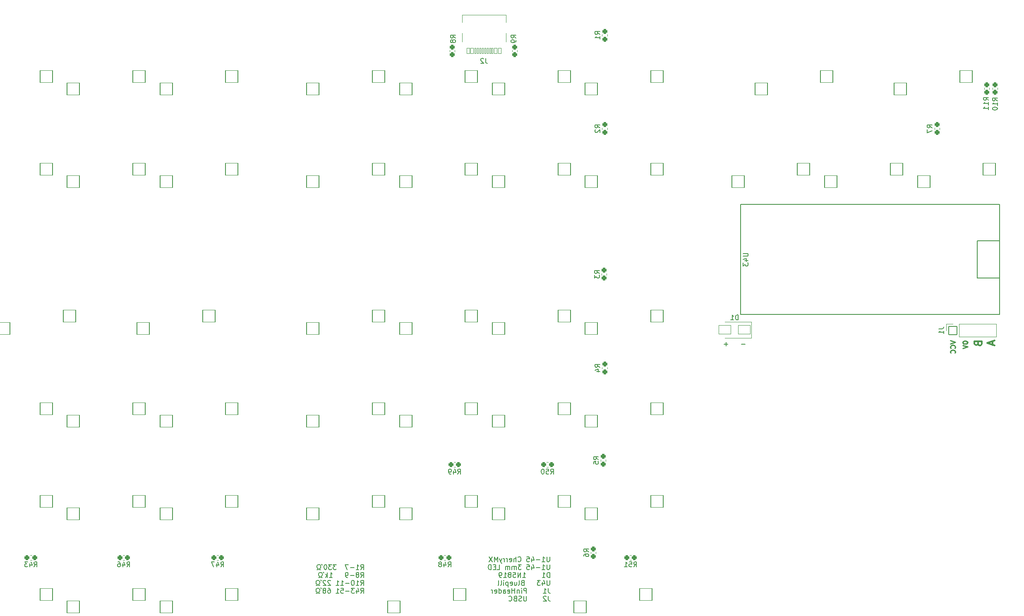
<source format=gbo>
G04 #@! TF.GenerationSoftware,KiCad,Pcbnew,(6.0.7)*
G04 #@! TF.CreationDate,2023-02-05T05:30:46+01:00*
G04 #@! TF.ProjectId,DaVinciKbd,44615669-6e63-4694-9b62-642e6b696361,rev?*
G04 #@! TF.SameCoordinates,Original*
G04 #@! TF.FileFunction,Legend,Bot*
G04 #@! TF.FilePolarity,Positive*
%FSLAX46Y46*%
G04 Gerber Fmt 4.6, Leading zero omitted, Abs format (unit mm)*
G04 Created by KiCad (PCBNEW (6.0.7)) date 2023-02-05 05:30:46*
%MOMM*%
%LPD*%
G01*
G04 APERTURE LIST*
G04 Aperture macros list*
%AMRoundRect*
0 Rectangle with rounded corners*
0 $1 Rounding radius*
0 $2 $3 $4 $5 $6 $7 $8 $9 X,Y pos of 4 corners*
0 Add a 4 corners polygon primitive as box body*
4,1,4,$2,$3,$4,$5,$6,$7,$8,$9,$2,$3,0*
0 Add four circle primitives for the rounded corners*
1,1,$1+$1,$2,$3*
1,1,$1+$1,$4,$5*
1,1,$1+$1,$6,$7*
1,1,$1+$1,$8,$9*
0 Add four rect primitives between the rounded corners*
20,1,$1+$1,$2,$3,$4,$5,0*
20,1,$1+$1,$4,$5,$6,$7,0*
20,1,$1+$1,$6,$7,$8,$9,0*
20,1,$1+$1,$8,$9,$2,$3,0*%
G04 Aperture macros list end*
%ADD10C,0.150000*%
%ADD11C,0.250000*%
%ADD12C,0.300000*%
%ADD13C,0.120000*%
%ADD14C,3.102000*%
%ADD15C,4.102000*%
%ADD16RoundRect,0.051000X1.275000X1.250000X-1.275000X1.250000X-1.275000X-1.250000X1.275000X-1.250000X0*%
%ADD17C,1.792600*%
%ADD18C,3.702000*%
%ADD19RoundRect,0.269750X-0.218750X-0.256250X0.218750X-0.256250X0.218750X0.256250X-0.218750X0.256250X0*%
%ADD20RoundRect,0.051000X-0.850000X0.850000X-0.850000X-0.850000X0.850000X-0.850000X0.850000X0.850000X0*%
%ADD21O,1.802000X1.802000*%
%ADD22RoundRect,0.269750X-0.256250X0.218750X-0.256250X-0.218750X0.256250X-0.218750X0.256250X0.218750X0*%
%ADD23C,1.626000*%
%ADD24RoundRect,0.269750X0.256250X-0.218750X0.256250X0.218750X-0.256250X0.218750X-0.256250X-0.218750X0*%
%ADD25C,0.702000*%
%ADD26RoundRect,0.051000X-0.300000X-0.580000X0.300000X-0.580000X0.300000X0.580000X-0.300000X0.580000X0*%
%ADD27RoundRect,0.051000X0.150000X0.580000X-0.150000X0.580000X-0.150000X-0.580000X0.150000X-0.580000X0*%
%ADD28O,1.002000X1.802000*%
%ADD29O,1.002000X2.102000*%
%ADD30RoundRect,0.051000X1.250000X0.900000X-1.250000X0.900000X-1.250000X-0.900000X1.250000X-0.900000X0*%
G04 APERTURE END LIST*
D10*
X144444404Y-147827380D02*
X144444404Y-148636904D01*
X144396785Y-148732142D01*
X144349166Y-148779761D01*
X144253928Y-148827380D01*
X144063452Y-148827380D01*
X143968214Y-148779761D01*
X143920595Y-148732142D01*
X143872976Y-148636904D01*
X143872976Y-147827380D01*
X142872976Y-148827380D02*
X143444404Y-148827380D01*
X143158690Y-148827380D02*
X143158690Y-147827380D01*
X143253928Y-147970238D01*
X143349166Y-148065476D01*
X143444404Y-148113095D01*
X142444404Y-148446428D02*
X141682500Y-148446428D01*
X140777738Y-148160714D02*
X140777738Y-148827380D01*
X141015833Y-147779761D02*
X141253928Y-148494047D01*
X140634880Y-148494047D01*
X139777738Y-147827380D02*
X140253928Y-147827380D01*
X140301547Y-148303571D01*
X140253928Y-148255952D01*
X140158690Y-148208333D01*
X139920595Y-148208333D01*
X139825357Y-148255952D01*
X139777738Y-148303571D01*
X139730119Y-148398809D01*
X139730119Y-148636904D01*
X139777738Y-148732142D01*
X139825357Y-148779761D01*
X139920595Y-148827380D01*
X140158690Y-148827380D01*
X140253928Y-148779761D01*
X140301547Y-148732142D01*
X137968214Y-148732142D02*
X138015833Y-148779761D01*
X138158690Y-148827380D01*
X138253928Y-148827380D01*
X138396785Y-148779761D01*
X138492023Y-148684523D01*
X138539642Y-148589285D01*
X138587261Y-148398809D01*
X138587261Y-148255952D01*
X138539642Y-148065476D01*
X138492023Y-147970238D01*
X138396785Y-147875000D01*
X138253928Y-147827380D01*
X138158690Y-147827380D01*
X138015833Y-147875000D01*
X137968214Y-147922619D01*
X137539642Y-148827380D02*
X137539642Y-147827380D01*
X137111071Y-148827380D02*
X137111071Y-148303571D01*
X137158690Y-148208333D01*
X137253928Y-148160714D01*
X137396785Y-148160714D01*
X137492023Y-148208333D01*
X137539642Y-148255952D01*
X136253928Y-148779761D02*
X136349166Y-148827380D01*
X136539642Y-148827380D01*
X136634880Y-148779761D01*
X136682500Y-148684523D01*
X136682500Y-148303571D01*
X136634880Y-148208333D01*
X136539642Y-148160714D01*
X136349166Y-148160714D01*
X136253928Y-148208333D01*
X136206309Y-148303571D01*
X136206309Y-148398809D01*
X136682500Y-148494047D01*
X135777738Y-148827380D02*
X135777738Y-148160714D01*
X135777738Y-148351190D02*
X135730119Y-148255952D01*
X135682500Y-148208333D01*
X135587261Y-148160714D01*
X135492023Y-148160714D01*
X135158690Y-148827380D02*
X135158690Y-148160714D01*
X135158690Y-148351190D02*
X135111071Y-148255952D01*
X135063452Y-148208333D01*
X134968214Y-148160714D01*
X134872976Y-148160714D01*
X134634880Y-148160714D02*
X134396785Y-148827380D01*
X134158690Y-148160714D02*
X134396785Y-148827380D01*
X134492023Y-149065476D01*
X134539642Y-149113095D01*
X134634880Y-149160714D01*
X133777738Y-148827380D02*
X133777738Y-147827380D01*
X133444404Y-148541666D01*
X133111071Y-147827380D01*
X133111071Y-148827380D01*
X132730119Y-147827380D02*
X132063452Y-148827380D01*
X132063452Y-147827380D02*
X132730119Y-148827380D01*
X144444404Y-149437380D02*
X144444404Y-150246904D01*
X144396785Y-150342142D01*
X144349166Y-150389761D01*
X144253928Y-150437380D01*
X144063452Y-150437380D01*
X143968214Y-150389761D01*
X143920595Y-150342142D01*
X143872976Y-150246904D01*
X143872976Y-149437380D01*
X142872976Y-150437380D02*
X143444404Y-150437380D01*
X143158690Y-150437380D02*
X143158690Y-149437380D01*
X143253928Y-149580238D01*
X143349166Y-149675476D01*
X143444404Y-149723095D01*
X142444404Y-150056428D02*
X141682500Y-150056428D01*
X140777738Y-149770714D02*
X140777738Y-150437380D01*
X141015833Y-149389761D02*
X141253928Y-150104047D01*
X140634880Y-150104047D01*
X139777738Y-149437380D02*
X140253928Y-149437380D01*
X140301547Y-149913571D01*
X140253928Y-149865952D01*
X140158690Y-149818333D01*
X139920595Y-149818333D01*
X139825357Y-149865952D01*
X139777738Y-149913571D01*
X139730119Y-150008809D01*
X139730119Y-150246904D01*
X139777738Y-150342142D01*
X139825357Y-150389761D01*
X139920595Y-150437380D01*
X140158690Y-150437380D01*
X140253928Y-150389761D01*
X140301547Y-150342142D01*
X138634880Y-149437380D02*
X138015833Y-149437380D01*
X138349166Y-149818333D01*
X138206309Y-149818333D01*
X138111071Y-149865952D01*
X138063452Y-149913571D01*
X138015833Y-150008809D01*
X138015833Y-150246904D01*
X138063452Y-150342142D01*
X138111071Y-150389761D01*
X138206309Y-150437380D01*
X138492023Y-150437380D01*
X138587261Y-150389761D01*
X138634880Y-150342142D01*
X137587261Y-150437380D02*
X137587261Y-149770714D01*
X137587261Y-149865952D02*
X137539642Y-149818333D01*
X137444404Y-149770714D01*
X137301547Y-149770714D01*
X137206309Y-149818333D01*
X137158690Y-149913571D01*
X137158690Y-150437380D01*
X137158690Y-149913571D02*
X137111071Y-149818333D01*
X137015833Y-149770714D01*
X136872976Y-149770714D01*
X136777738Y-149818333D01*
X136730119Y-149913571D01*
X136730119Y-150437380D01*
X136253928Y-150437380D02*
X136253928Y-149770714D01*
X136253928Y-149865952D02*
X136206309Y-149818333D01*
X136111071Y-149770714D01*
X135968214Y-149770714D01*
X135872976Y-149818333D01*
X135825357Y-149913571D01*
X135825357Y-150437380D01*
X135825357Y-149913571D02*
X135777738Y-149818333D01*
X135682500Y-149770714D01*
X135539642Y-149770714D01*
X135444404Y-149818333D01*
X135396785Y-149913571D01*
X135396785Y-150437380D01*
X133682500Y-150437380D02*
X134158690Y-150437380D01*
X134158690Y-149437380D01*
X133349166Y-149913571D02*
X133015833Y-149913571D01*
X132872976Y-150437380D02*
X133349166Y-150437380D01*
X133349166Y-149437380D01*
X132872976Y-149437380D01*
X132444404Y-150437380D02*
X132444404Y-149437380D01*
X132206309Y-149437380D01*
X132063452Y-149485000D01*
X131968214Y-149580238D01*
X131920595Y-149675476D01*
X131872976Y-149865952D01*
X131872976Y-150008809D01*
X131920595Y-150199285D01*
X131968214Y-150294523D01*
X132063452Y-150389761D01*
X132206309Y-150437380D01*
X132444404Y-150437380D01*
X144444404Y-152047380D02*
X144444404Y-151047380D01*
X144206309Y-151047380D01*
X144063452Y-151095000D01*
X143968214Y-151190238D01*
X143920595Y-151285476D01*
X143872976Y-151475952D01*
X143872976Y-151618809D01*
X143920595Y-151809285D01*
X143968214Y-151904523D01*
X144063452Y-151999761D01*
X144206309Y-152047380D01*
X144444404Y-152047380D01*
X142920595Y-152047380D02*
X143492023Y-152047380D01*
X143206309Y-152047380D02*
X143206309Y-151047380D01*
X143301547Y-151190238D01*
X143396785Y-151285476D01*
X143492023Y-151333095D01*
X138920595Y-152047380D02*
X139492023Y-152047380D01*
X139206309Y-152047380D02*
X139206309Y-151047380D01*
X139301547Y-151190238D01*
X139396785Y-151285476D01*
X139492023Y-151333095D01*
X138492023Y-152047380D02*
X138492023Y-151047380D01*
X137920595Y-152047380D01*
X137920595Y-151047380D01*
X136968214Y-151047380D02*
X137444404Y-151047380D01*
X137492023Y-151523571D01*
X137444404Y-151475952D01*
X137349166Y-151428333D01*
X137111071Y-151428333D01*
X137015833Y-151475952D01*
X136968214Y-151523571D01*
X136920595Y-151618809D01*
X136920595Y-151856904D01*
X136968214Y-151952142D01*
X137015833Y-151999761D01*
X137111071Y-152047380D01*
X137349166Y-152047380D01*
X137444404Y-151999761D01*
X137492023Y-151952142D01*
X136349166Y-151475952D02*
X136444404Y-151428333D01*
X136492023Y-151380714D01*
X136539642Y-151285476D01*
X136539642Y-151237857D01*
X136492023Y-151142619D01*
X136444404Y-151095000D01*
X136349166Y-151047380D01*
X136158690Y-151047380D01*
X136063452Y-151095000D01*
X136015833Y-151142619D01*
X135968214Y-151237857D01*
X135968214Y-151285476D01*
X136015833Y-151380714D01*
X136063452Y-151428333D01*
X136158690Y-151475952D01*
X136349166Y-151475952D01*
X136444404Y-151523571D01*
X136492023Y-151571190D01*
X136539642Y-151666428D01*
X136539642Y-151856904D01*
X136492023Y-151952142D01*
X136444404Y-151999761D01*
X136349166Y-152047380D01*
X136158690Y-152047380D01*
X136063452Y-151999761D01*
X136015833Y-151952142D01*
X135968214Y-151856904D01*
X135968214Y-151666428D01*
X136015833Y-151571190D01*
X136063452Y-151523571D01*
X136158690Y-151475952D01*
X135015833Y-152047380D02*
X135587261Y-152047380D01*
X135301547Y-152047380D02*
X135301547Y-151047380D01*
X135396785Y-151190238D01*
X135492023Y-151285476D01*
X135587261Y-151333095D01*
X134539642Y-152047380D02*
X134349166Y-152047380D01*
X134253928Y-151999761D01*
X134206309Y-151952142D01*
X134111071Y-151809285D01*
X134063452Y-151618809D01*
X134063452Y-151237857D01*
X134111071Y-151142619D01*
X134158690Y-151095000D01*
X134253928Y-151047380D01*
X134444404Y-151047380D01*
X134539642Y-151095000D01*
X134587261Y-151142619D01*
X134634880Y-151237857D01*
X134634880Y-151475952D01*
X134587261Y-151571190D01*
X134539642Y-151618809D01*
X134444404Y-151666428D01*
X134253928Y-151666428D01*
X134158690Y-151618809D01*
X134111071Y-151571190D01*
X134063452Y-151475952D01*
X144444404Y-152657380D02*
X144444404Y-153466904D01*
X144396785Y-153562142D01*
X144349166Y-153609761D01*
X144253928Y-153657380D01*
X144063452Y-153657380D01*
X143968214Y-153609761D01*
X143920595Y-153562142D01*
X143872976Y-153466904D01*
X143872976Y-152657380D01*
X142968214Y-152990714D02*
X142968214Y-153657380D01*
X143206309Y-152609761D02*
X143444404Y-153324047D01*
X142825357Y-153324047D01*
X142539642Y-152657380D02*
X141920595Y-152657380D01*
X142253928Y-153038333D01*
X142111071Y-153038333D01*
X142015833Y-153085952D01*
X141968214Y-153133571D01*
X141920595Y-153228809D01*
X141920595Y-153466904D01*
X141968214Y-153562142D01*
X142015833Y-153609761D01*
X142111071Y-153657380D01*
X142396785Y-153657380D01*
X142492023Y-153609761D01*
X142539642Y-153562142D01*
X138872976Y-153133571D02*
X138730119Y-153181190D01*
X138682500Y-153228809D01*
X138634880Y-153324047D01*
X138634880Y-153466904D01*
X138682500Y-153562142D01*
X138730119Y-153609761D01*
X138825357Y-153657380D01*
X139206309Y-153657380D01*
X139206309Y-152657380D01*
X138872976Y-152657380D01*
X138777738Y-152705000D01*
X138730119Y-152752619D01*
X138682500Y-152847857D01*
X138682500Y-152943095D01*
X138730119Y-153038333D01*
X138777738Y-153085952D01*
X138872976Y-153133571D01*
X139206309Y-153133571D01*
X138063452Y-153657380D02*
X138158690Y-153609761D01*
X138206309Y-153514523D01*
X138206309Y-152657380D01*
X137253928Y-152990714D02*
X137253928Y-153657380D01*
X137682500Y-152990714D02*
X137682500Y-153514523D01*
X137634880Y-153609761D01*
X137539642Y-153657380D01*
X137396785Y-153657380D01*
X137301547Y-153609761D01*
X137253928Y-153562142D01*
X136396785Y-153609761D02*
X136492023Y-153657380D01*
X136682500Y-153657380D01*
X136777738Y-153609761D01*
X136825357Y-153514523D01*
X136825357Y-153133571D01*
X136777738Y-153038333D01*
X136682500Y-152990714D01*
X136492023Y-152990714D01*
X136396785Y-153038333D01*
X136349166Y-153133571D01*
X136349166Y-153228809D01*
X136825357Y-153324047D01*
X135920595Y-152990714D02*
X135920595Y-153990714D01*
X135920595Y-153038333D02*
X135825357Y-152990714D01*
X135634880Y-152990714D01*
X135539642Y-153038333D01*
X135492023Y-153085952D01*
X135444404Y-153181190D01*
X135444404Y-153466904D01*
X135492023Y-153562142D01*
X135539642Y-153609761D01*
X135634880Y-153657380D01*
X135825357Y-153657380D01*
X135920595Y-153609761D01*
X135015833Y-153657380D02*
X135015833Y-152990714D01*
X135015833Y-152657380D02*
X135063452Y-152705000D01*
X135015833Y-152752619D01*
X134968214Y-152705000D01*
X135015833Y-152657380D01*
X135015833Y-152752619D01*
X134396785Y-153657380D02*
X134492023Y-153609761D01*
X134539642Y-153514523D01*
X134539642Y-152657380D01*
X133872976Y-153657380D02*
X133968214Y-153609761D01*
X134015833Y-153514523D01*
X134015833Y-152657380D01*
X144158690Y-154267380D02*
X144158690Y-154981666D01*
X144206309Y-155124523D01*
X144301547Y-155219761D01*
X144444404Y-155267380D01*
X144539642Y-155267380D01*
X143158690Y-155267380D02*
X143730119Y-155267380D01*
X143444404Y-155267380D02*
X143444404Y-154267380D01*
X143539642Y-154410238D01*
X143634880Y-154505476D01*
X143730119Y-154553095D01*
X139682500Y-155267380D02*
X139682500Y-154267380D01*
X139301547Y-154267380D01*
X139206309Y-154315000D01*
X139158690Y-154362619D01*
X139111071Y-154457857D01*
X139111071Y-154600714D01*
X139158690Y-154695952D01*
X139206309Y-154743571D01*
X139301547Y-154791190D01*
X139682500Y-154791190D01*
X138682500Y-155267380D02*
X138682500Y-154600714D01*
X138682500Y-154267380D02*
X138730119Y-154315000D01*
X138682500Y-154362619D01*
X138634880Y-154315000D01*
X138682500Y-154267380D01*
X138682500Y-154362619D01*
X138206309Y-154600714D02*
X138206309Y-155267380D01*
X138206309Y-154695952D02*
X138158690Y-154648333D01*
X138063452Y-154600714D01*
X137920595Y-154600714D01*
X137825357Y-154648333D01*
X137777738Y-154743571D01*
X137777738Y-155267380D01*
X137301547Y-155267380D02*
X137301547Y-154267380D01*
X137301547Y-154743571D02*
X136730119Y-154743571D01*
X136730119Y-155267380D02*
X136730119Y-154267380D01*
X135872976Y-155219761D02*
X135968214Y-155267380D01*
X136158690Y-155267380D01*
X136253928Y-155219761D01*
X136301547Y-155124523D01*
X136301547Y-154743571D01*
X136253928Y-154648333D01*
X136158690Y-154600714D01*
X135968214Y-154600714D01*
X135872976Y-154648333D01*
X135825357Y-154743571D01*
X135825357Y-154838809D01*
X136301547Y-154934047D01*
X134968214Y-155267380D02*
X134968214Y-154743571D01*
X135015833Y-154648333D01*
X135111071Y-154600714D01*
X135301547Y-154600714D01*
X135396785Y-154648333D01*
X134968214Y-155219761D02*
X135063452Y-155267380D01*
X135301547Y-155267380D01*
X135396785Y-155219761D01*
X135444404Y-155124523D01*
X135444404Y-155029285D01*
X135396785Y-154934047D01*
X135301547Y-154886428D01*
X135063452Y-154886428D01*
X134968214Y-154838809D01*
X134063452Y-155267380D02*
X134063452Y-154267380D01*
X134063452Y-155219761D02*
X134158690Y-155267380D01*
X134349166Y-155267380D01*
X134444404Y-155219761D01*
X134492023Y-155172142D01*
X134539642Y-155076904D01*
X134539642Y-154791190D01*
X134492023Y-154695952D01*
X134444404Y-154648333D01*
X134349166Y-154600714D01*
X134158690Y-154600714D01*
X134063452Y-154648333D01*
X133206309Y-155219761D02*
X133301547Y-155267380D01*
X133492023Y-155267380D01*
X133587261Y-155219761D01*
X133634880Y-155124523D01*
X133634880Y-154743571D01*
X133587261Y-154648333D01*
X133492023Y-154600714D01*
X133301547Y-154600714D01*
X133206309Y-154648333D01*
X133158690Y-154743571D01*
X133158690Y-154838809D01*
X133634880Y-154934047D01*
X132730119Y-155267380D02*
X132730119Y-154600714D01*
X132730119Y-154791190D02*
X132682500Y-154695952D01*
X132634880Y-154648333D01*
X132539642Y-154600714D01*
X132444404Y-154600714D01*
X144158690Y-155877380D02*
X144158690Y-156591666D01*
X144206309Y-156734523D01*
X144301547Y-156829761D01*
X144444404Y-156877380D01*
X144539642Y-156877380D01*
X143730119Y-155972619D02*
X143682500Y-155925000D01*
X143587261Y-155877380D01*
X143349166Y-155877380D01*
X143253928Y-155925000D01*
X143206309Y-155972619D01*
X143158690Y-156067857D01*
X143158690Y-156163095D01*
X143206309Y-156305952D01*
X143777738Y-156877380D01*
X143158690Y-156877380D01*
X139682500Y-155877380D02*
X139682500Y-156686904D01*
X139634880Y-156782142D01*
X139587261Y-156829761D01*
X139492023Y-156877380D01*
X139301547Y-156877380D01*
X139206309Y-156829761D01*
X139158690Y-156782142D01*
X139111071Y-156686904D01*
X139111071Y-155877380D01*
X138682500Y-156829761D02*
X138539642Y-156877380D01*
X138301547Y-156877380D01*
X138206309Y-156829761D01*
X138158690Y-156782142D01*
X138111071Y-156686904D01*
X138111071Y-156591666D01*
X138158690Y-156496428D01*
X138206309Y-156448809D01*
X138301547Y-156401190D01*
X138492023Y-156353571D01*
X138587261Y-156305952D01*
X138634880Y-156258333D01*
X138682500Y-156163095D01*
X138682500Y-156067857D01*
X138634880Y-155972619D01*
X138587261Y-155925000D01*
X138492023Y-155877380D01*
X138253928Y-155877380D01*
X138111071Y-155925000D01*
X137349166Y-156353571D02*
X137206309Y-156401190D01*
X137158690Y-156448809D01*
X137111071Y-156544047D01*
X137111071Y-156686904D01*
X137158690Y-156782142D01*
X137206309Y-156829761D01*
X137301547Y-156877380D01*
X137682500Y-156877380D01*
X137682500Y-155877380D01*
X137349166Y-155877380D01*
X137253928Y-155925000D01*
X137206309Y-155972619D01*
X137158690Y-156067857D01*
X137158690Y-156163095D01*
X137206309Y-156258333D01*
X137253928Y-156305952D01*
X137349166Y-156353571D01*
X137682500Y-156353571D01*
X136111071Y-156782142D02*
X136158690Y-156829761D01*
X136301547Y-156877380D01*
X136396785Y-156877380D01*
X136539642Y-156829761D01*
X136634880Y-156734523D01*
X136682500Y-156639285D01*
X136730119Y-156448809D01*
X136730119Y-156305952D01*
X136682500Y-156115476D01*
X136634880Y-156020238D01*
X136539642Y-155925000D01*
X136396785Y-155877380D01*
X136301547Y-155877380D01*
X136158690Y-155925000D01*
X136111071Y-155972619D01*
X105772976Y-150437380D02*
X106106309Y-149961190D01*
X106344404Y-150437380D02*
X106344404Y-149437380D01*
X105963452Y-149437380D01*
X105868214Y-149485000D01*
X105820595Y-149532619D01*
X105772976Y-149627857D01*
X105772976Y-149770714D01*
X105820595Y-149865952D01*
X105868214Y-149913571D01*
X105963452Y-149961190D01*
X106344404Y-149961190D01*
X104820595Y-150437380D02*
X105392023Y-150437380D01*
X105106309Y-150437380D02*
X105106309Y-149437380D01*
X105201547Y-149580238D01*
X105296785Y-149675476D01*
X105392023Y-149723095D01*
X104392023Y-150056428D02*
X103630119Y-150056428D01*
X103249166Y-149437380D02*
X102582500Y-149437380D01*
X103011071Y-150437380D01*
X100772976Y-149437380D02*
X100153928Y-149437380D01*
X100487261Y-149818333D01*
X100344404Y-149818333D01*
X100249166Y-149865952D01*
X100201547Y-149913571D01*
X100153928Y-150008809D01*
X100153928Y-150246904D01*
X100201547Y-150342142D01*
X100249166Y-150389761D01*
X100344404Y-150437380D01*
X100630119Y-150437380D01*
X100725357Y-150389761D01*
X100772976Y-150342142D01*
X99820595Y-149437380D02*
X99201547Y-149437380D01*
X99534880Y-149818333D01*
X99392023Y-149818333D01*
X99296785Y-149865952D01*
X99249166Y-149913571D01*
X99201547Y-150008809D01*
X99201547Y-150246904D01*
X99249166Y-150342142D01*
X99296785Y-150389761D01*
X99392023Y-150437380D01*
X99677738Y-150437380D01*
X99772976Y-150389761D01*
X99820595Y-150342142D01*
X98582500Y-149437380D02*
X98487261Y-149437380D01*
X98392023Y-149485000D01*
X98344404Y-149532619D01*
X98296785Y-149627857D01*
X98249166Y-149818333D01*
X98249166Y-150056428D01*
X98296785Y-150246904D01*
X98344404Y-150342142D01*
X98392023Y-150389761D01*
X98487261Y-150437380D01*
X98582500Y-150437380D01*
X98677738Y-150389761D01*
X98725357Y-150342142D01*
X98772976Y-150246904D01*
X98820595Y-150056428D01*
X98820595Y-149818333D01*
X98772976Y-149627857D01*
X98725357Y-149532619D01*
X98677738Y-149485000D01*
X98582500Y-149437380D01*
X97582500Y-150437380D02*
X97344404Y-150437380D01*
X97344404Y-150246904D01*
X97439642Y-150199285D01*
X97534880Y-150104047D01*
X97582500Y-149961190D01*
X97582500Y-149723095D01*
X97534880Y-149580238D01*
X97439642Y-149485000D01*
X97296785Y-149437380D01*
X97106309Y-149437380D01*
X96963452Y-149485000D01*
X96868214Y-149580238D01*
X96820595Y-149723095D01*
X96820595Y-149961190D01*
X96868214Y-150104047D01*
X96963452Y-150199285D01*
X97058690Y-150246904D01*
X97058690Y-150437380D01*
X96820595Y-150437380D01*
X97772976Y-149389761D02*
X97915833Y-149532619D01*
X105772976Y-152047380D02*
X106106309Y-151571190D01*
X106344404Y-152047380D02*
X106344404Y-151047380D01*
X105963452Y-151047380D01*
X105868214Y-151095000D01*
X105820595Y-151142619D01*
X105772976Y-151237857D01*
X105772976Y-151380714D01*
X105820595Y-151475952D01*
X105868214Y-151523571D01*
X105963452Y-151571190D01*
X106344404Y-151571190D01*
X105201547Y-151475952D02*
X105296785Y-151428333D01*
X105344404Y-151380714D01*
X105392023Y-151285476D01*
X105392023Y-151237857D01*
X105344404Y-151142619D01*
X105296785Y-151095000D01*
X105201547Y-151047380D01*
X105011071Y-151047380D01*
X104915833Y-151095000D01*
X104868214Y-151142619D01*
X104820595Y-151237857D01*
X104820595Y-151285476D01*
X104868214Y-151380714D01*
X104915833Y-151428333D01*
X105011071Y-151475952D01*
X105201547Y-151475952D01*
X105296785Y-151523571D01*
X105344404Y-151571190D01*
X105392023Y-151666428D01*
X105392023Y-151856904D01*
X105344404Y-151952142D01*
X105296785Y-151999761D01*
X105201547Y-152047380D01*
X105011071Y-152047380D01*
X104915833Y-151999761D01*
X104868214Y-151952142D01*
X104820595Y-151856904D01*
X104820595Y-151666428D01*
X104868214Y-151571190D01*
X104915833Y-151523571D01*
X105011071Y-151475952D01*
X104392023Y-151666428D02*
X103630119Y-151666428D01*
X103106309Y-152047380D02*
X102915833Y-152047380D01*
X102820595Y-151999761D01*
X102772976Y-151952142D01*
X102677738Y-151809285D01*
X102630119Y-151618809D01*
X102630119Y-151237857D01*
X102677738Y-151142619D01*
X102725357Y-151095000D01*
X102820595Y-151047380D01*
X103011071Y-151047380D01*
X103106309Y-151095000D01*
X103153928Y-151142619D01*
X103201547Y-151237857D01*
X103201547Y-151475952D01*
X103153928Y-151571190D01*
X103106309Y-151618809D01*
X103011071Y-151666428D01*
X102820595Y-151666428D01*
X102725357Y-151618809D01*
X102677738Y-151571190D01*
X102630119Y-151475952D01*
X99392023Y-152047380D02*
X99963452Y-152047380D01*
X99677738Y-152047380D02*
X99677738Y-151047380D01*
X99772976Y-151190238D01*
X99868214Y-151285476D01*
X99963452Y-151333095D01*
X98963452Y-152047380D02*
X98963452Y-151047380D01*
X98868214Y-151666428D02*
X98582500Y-152047380D01*
X98582500Y-151380714D02*
X98963452Y-151761666D01*
X97915833Y-152047380D02*
X97677738Y-152047380D01*
X97677738Y-151856904D01*
X97772976Y-151809285D01*
X97868214Y-151714047D01*
X97915833Y-151571190D01*
X97915833Y-151333095D01*
X97868214Y-151190238D01*
X97772976Y-151095000D01*
X97630119Y-151047380D01*
X97439642Y-151047380D01*
X97296785Y-151095000D01*
X97201547Y-151190238D01*
X97153928Y-151333095D01*
X97153928Y-151571190D01*
X97201547Y-151714047D01*
X97296785Y-151809285D01*
X97392023Y-151856904D01*
X97392023Y-152047380D01*
X97153928Y-152047380D01*
X98106309Y-150999761D02*
X98249166Y-151142619D01*
X105772976Y-153657380D02*
X106106309Y-153181190D01*
X106344404Y-153657380D02*
X106344404Y-152657380D01*
X105963452Y-152657380D01*
X105868214Y-152705000D01*
X105820595Y-152752619D01*
X105772976Y-152847857D01*
X105772976Y-152990714D01*
X105820595Y-153085952D01*
X105868214Y-153133571D01*
X105963452Y-153181190D01*
X106344404Y-153181190D01*
X104820595Y-153657380D02*
X105392023Y-153657380D01*
X105106309Y-153657380D02*
X105106309Y-152657380D01*
X105201547Y-152800238D01*
X105296785Y-152895476D01*
X105392023Y-152943095D01*
X104201547Y-152657380D02*
X104106309Y-152657380D01*
X104011071Y-152705000D01*
X103963452Y-152752619D01*
X103915833Y-152847857D01*
X103868214Y-153038333D01*
X103868214Y-153276428D01*
X103915833Y-153466904D01*
X103963452Y-153562142D01*
X104011071Y-153609761D01*
X104106309Y-153657380D01*
X104201547Y-153657380D01*
X104296785Y-153609761D01*
X104344404Y-153562142D01*
X104392023Y-153466904D01*
X104439642Y-153276428D01*
X104439642Y-153038333D01*
X104392023Y-152847857D01*
X104344404Y-152752619D01*
X104296785Y-152705000D01*
X104201547Y-152657380D01*
X103439642Y-153276428D02*
X102677738Y-153276428D01*
X101677738Y-153657380D02*
X102249166Y-153657380D01*
X101963452Y-153657380D02*
X101963452Y-152657380D01*
X102058690Y-152800238D01*
X102153928Y-152895476D01*
X102249166Y-152943095D01*
X100725357Y-153657380D02*
X101296785Y-153657380D01*
X101011071Y-153657380D02*
X101011071Y-152657380D01*
X101106309Y-152800238D01*
X101201547Y-152895476D01*
X101296785Y-152943095D01*
X99582500Y-152752619D02*
X99534880Y-152705000D01*
X99439642Y-152657380D01*
X99201547Y-152657380D01*
X99106309Y-152705000D01*
X99058690Y-152752619D01*
X99011071Y-152847857D01*
X99011071Y-152943095D01*
X99058690Y-153085952D01*
X99630119Y-153657380D01*
X99011071Y-153657380D01*
X98630119Y-152752619D02*
X98582500Y-152705000D01*
X98487261Y-152657380D01*
X98249166Y-152657380D01*
X98153928Y-152705000D01*
X98106309Y-152752619D01*
X98058690Y-152847857D01*
X98058690Y-152943095D01*
X98106309Y-153085952D01*
X98677738Y-153657380D01*
X98058690Y-153657380D01*
X97392023Y-153657380D02*
X97153928Y-153657380D01*
X97153928Y-153466904D01*
X97249166Y-153419285D01*
X97344404Y-153324047D01*
X97392023Y-153181190D01*
X97392023Y-152943095D01*
X97344404Y-152800238D01*
X97249166Y-152705000D01*
X97106309Y-152657380D01*
X96915833Y-152657380D01*
X96772976Y-152705000D01*
X96677738Y-152800238D01*
X96630119Y-152943095D01*
X96630119Y-153181190D01*
X96677738Y-153324047D01*
X96772976Y-153419285D01*
X96868214Y-153466904D01*
X96868214Y-153657380D01*
X96630119Y-153657380D01*
X97582500Y-152609761D02*
X97725357Y-152752619D01*
X105772976Y-155267380D02*
X106106309Y-154791190D01*
X106344404Y-155267380D02*
X106344404Y-154267380D01*
X105963452Y-154267380D01*
X105868214Y-154315000D01*
X105820595Y-154362619D01*
X105772976Y-154457857D01*
X105772976Y-154600714D01*
X105820595Y-154695952D01*
X105868214Y-154743571D01*
X105963452Y-154791190D01*
X106344404Y-154791190D01*
X104915833Y-154600714D02*
X104915833Y-155267380D01*
X105153928Y-154219761D02*
X105392023Y-154934047D01*
X104772976Y-154934047D01*
X104487261Y-154267380D02*
X103868214Y-154267380D01*
X104201547Y-154648333D01*
X104058690Y-154648333D01*
X103963452Y-154695952D01*
X103915833Y-154743571D01*
X103868214Y-154838809D01*
X103868214Y-155076904D01*
X103915833Y-155172142D01*
X103963452Y-155219761D01*
X104058690Y-155267380D01*
X104344404Y-155267380D01*
X104439642Y-155219761D01*
X104487261Y-155172142D01*
X103439642Y-154886428D02*
X102677738Y-154886428D01*
X101725357Y-154267380D02*
X102201547Y-154267380D01*
X102249166Y-154743571D01*
X102201547Y-154695952D01*
X102106309Y-154648333D01*
X101868214Y-154648333D01*
X101772976Y-154695952D01*
X101725357Y-154743571D01*
X101677738Y-154838809D01*
X101677738Y-155076904D01*
X101725357Y-155172142D01*
X101772976Y-155219761D01*
X101868214Y-155267380D01*
X102106309Y-155267380D01*
X102201547Y-155219761D01*
X102249166Y-155172142D01*
X100725357Y-155267380D02*
X101296785Y-155267380D01*
X101011071Y-155267380D02*
X101011071Y-154267380D01*
X101106309Y-154410238D01*
X101201547Y-154505476D01*
X101296785Y-154553095D01*
X99106309Y-154267380D02*
X99296785Y-154267380D01*
X99392023Y-154315000D01*
X99439642Y-154362619D01*
X99534880Y-154505476D01*
X99582500Y-154695952D01*
X99582500Y-155076904D01*
X99534880Y-155172142D01*
X99487261Y-155219761D01*
X99392023Y-155267380D01*
X99201547Y-155267380D01*
X99106309Y-155219761D01*
X99058690Y-155172142D01*
X99011071Y-155076904D01*
X99011071Y-154838809D01*
X99058690Y-154743571D01*
X99106309Y-154695952D01*
X99201547Y-154648333D01*
X99392023Y-154648333D01*
X99487261Y-154695952D01*
X99534880Y-154743571D01*
X99582500Y-154838809D01*
X98439642Y-154695952D02*
X98534880Y-154648333D01*
X98582500Y-154600714D01*
X98630119Y-154505476D01*
X98630119Y-154457857D01*
X98582500Y-154362619D01*
X98534880Y-154315000D01*
X98439642Y-154267380D01*
X98249166Y-154267380D01*
X98153928Y-154315000D01*
X98106309Y-154362619D01*
X98058690Y-154457857D01*
X98058690Y-154505476D01*
X98106309Y-154600714D01*
X98153928Y-154648333D01*
X98249166Y-154695952D01*
X98439642Y-154695952D01*
X98534880Y-154743571D01*
X98582500Y-154791190D01*
X98630119Y-154886428D01*
X98630119Y-155076904D01*
X98582500Y-155172142D01*
X98534880Y-155219761D01*
X98439642Y-155267380D01*
X98249166Y-155267380D01*
X98153928Y-155219761D01*
X98106309Y-155172142D01*
X98058690Y-155076904D01*
X98058690Y-154886428D01*
X98106309Y-154791190D01*
X98153928Y-154743571D01*
X98249166Y-154695952D01*
X97392023Y-155267380D02*
X97153928Y-155267380D01*
X97153928Y-155076904D01*
X97249166Y-155029285D01*
X97344404Y-154934047D01*
X97392023Y-154791190D01*
X97392023Y-154553095D01*
X97344404Y-154410238D01*
X97249166Y-154315000D01*
X97106309Y-154267380D01*
X96915833Y-154267380D01*
X96772976Y-154315000D01*
X96677738Y-154410238D01*
X96630119Y-154553095D01*
X96630119Y-154791190D01*
X96677738Y-154934047D01*
X96772976Y-155029285D01*
X96868214Y-155076904D01*
X96868214Y-155267380D01*
X96630119Y-155267380D01*
X97582500Y-154219761D02*
X97725357Y-154362619D01*
D11*
X226452380Y-103566666D02*
X227452380Y-103900000D01*
X226452380Y-104233333D01*
X227357142Y-105138095D02*
X227404761Y-105090476D01*
X227452380Y-104947619D01*
X227452380Y-104852380D01*
X227404761Y-104709523D01*
X227309523Y-104614285D01*
X227214285Y-104566666D01*
X227023809Y-104519047D01*
X226880952Y-104519047D01*
X226690476Y-104566666D01*
X226595238Y-104614285D01*
X226500000Y-104709523D01*
X226452380Y-104852380D01*
X226452380Y-104947619D01*
X226500000Y-105090476D01*
X226547619Y-105138095D01*
X227357142Y-106138095D02*
X227404761Y-106090476D01*
X227452380Y-105947619D01*
X227452380Y-105852380D01*
X227404761Y-105709523D01*
X227309523Y-105614285D01*
X227214285Y-105566666D01*
X227023809Y-105519047D01*
X226880952Y-105519047D01*
X226690476Y-105566666D01*
X226595238Y-105614285D01*
X226500000Y-105709523D01*
X226452380Y-105852380D01*
X226452380Y-105947619D01*
X226500000Y-106090476D01*
X226547619Y-106138095D01*
D12*
X232092857Y-104207142D02*
X232164285Y-104421428D01*
X232235714Y-104492857D01*
X232378571Y-104564285D01*
X232592857Y-104564285D01*
X232735714Y-104492857D01*
X232807142Y-104421428D01*
X232878571Y-104278571D01*
X232878571Y-103707142D01*
X231378571Y-103707142D01*
X231378571Y-104207142D01*
X231450000Y-104350000D01*
X231521428Y-104421428D01*
X231664285Y-104492857D01*
X231807142Y-104492857D01*
X231950000Y-104421428D01*
X232021428Y-104350000D01*
X232092857Y-104207142D01*
X232092857Y-103707142D01*
X235050000Y-103742857D02*
X235050000Y-104457142D01*
X235478571Y-103600000D02*
X233978571Y-104100000D01*
X235478571Y-104600000D01*
D10*
X184419124Y-104328214D02*
X183657219Y-104328214D01*
X180895314Y-104328214D02*
X180133409Y-104328214D01*
X180514362Y-104709166D02*
X180514362Y-103947262D01*
D11*
X228952380Y-103923809D02*
X228952380Y-104019047D01*
X229000000Y-104114285D01*
X229047619Y-104161904D01*
X229142857Y-104209523D01*
X229333333Y-104257142D01*
X229571428Y-104257142D01*
X229761904Y-104209523D01*
X229857142Y-104161904D01*
X229904761Y-104114285D01*
X229952380Y-104019047D01*
X229952380Y-103923809D01*
X229904761Y-103828571D01*
X229857142Y-103780952D01*
X229761904Y-103733333D01*
X229571428Y-103685714D01*
X229333333Y-103685714D01*
X229142857Y-103733333D01*
X229047619Y-103780952D01*
X229000000Y-103828571D01*
X228952380Y-103923809D01*
X228952380Y-104542857D02*
X229952380Y-104876190D01*
X228952380Y-105209523D01*
D10*
X125642857Y-130882380D02*
X125976190Y-130406190D01*
X126214285Y-130882380D02*
X126214285Y-129882380D01*
X125833333Y-129882380D01*
X125738095Y-129930000D01*
X125690476Y-129977619D01*
X125642857Y-130072857D01*
X125642857Y-130215714D01*
X125690476Y-130310952D01*
X125738095Y-130358571D01*
X125833333Y-130406190D01*
X126214285Y-130406190D01*
X124785714Y-130215714D02*
X124785714Y-130882380D01*
X125023809Y-129834761D02*
X125261904Y-130549047D01*
X124642857Y-130549047D01*
X124214285Y-130882380D02*
X124023809Y-130882380D01*
X123928571Y-130834761D01*
X123880952Y-130787142D01*
X123785714Y-130644285D01*
X123738095Y-130453809D01*
X123738095Y-130072857D01*
X123785714Y-129977619D01*
X123833333Y-129930000D01*
X123928571Y-129882380D01*
X124119047Y-129882380D01*
X124214285Y-129930000D01*
X124261904Y-129977619D01*
X124309523Y-130072857D01*
X124309523Y-130310952D01*
X124261904Y-130406190D01*
X124214285Y-130453809D01*
X124119047Y-130501428D01*
X123928571Y-130501428D01*
X123833333Y-130453809D01*
X123785714Y-130406190D01*
X123738095Y-130310952D01*
X224042380Y-101166666D02*
X224756666Y-101166666D01*
X224899523Y-101119047D01*
X224994761Y-101023809D01*
X225042380Y-100880952D01*
X225042380Y-100785714D01*
X225042380Y-102166666D02*
X225042380Y-101595238D01*
X225042380Y-101880952D02*
X224042380Y-101880952D01*
X224185238Y-101785714D01*
X224280476Y-101690476D01*
X224328095Y-101595238D01*
X154722380Y-40933333D02*
X154246190Y-40600000D01*
X154722380Y-40361904D02*
X153722380Y-40361904D01*
X153722380Y-40742857D01*
X153770000Y-40838095D01*
X153817619Y-40885714D01*
X153912857Y-40933333D01*
X154055714Y-40933333D01*
X154150952Y-40885714D01*
X154198571Y-40838095D01*
X154246190Y-40742857D01*
X154246190Y-40361904D01*
X154722380Y-41885714D02*
X154722380Y-41314285D01*
X154722380Y-41600000D02*
X153722380Y-41600000D01*
X153865238Y-41504761D01*
X153960476Y-41409523D01*
X154008095Y-41314285D01*
X154722380Y-60033333D02*
X154246190Y-59700000D01*
X154722380Y-59461904D02*
X153722380Y-59461904D01*
X153722380Y-59842857D01*
X153770000Y-59938095D01*
X153817619Y-59985714D01*
X153912857Y-60033333D01*
X154055714Y-60033333D01*
X154150952Y-59985714D01*
X154198571Y-59938095D01*
X154246190Y-59842857D01*
X154246190Y-59461904D01*
X153817619Y-60414285D02*
X153770000Y-60461904D01*
X153722380Y-60557142D01*
X153722380Y-60795238D01*
X153770000Y-60890476D01*
X153817619Y-60938095D01*
X153912857Y-60985714D01*
X154008095Y-60985714D01*
X154150952Y-60938095D01*
X154722380Y-60366666D01*
X154722380Y-60985714D01*
X154622380Y-89833333D02*
X154146190Y-89500000D01*
X154622380Y-89261904D02*
X153622380Y-89261904D01*
X153622380Y-89642857D01*
X153670000Y-89738095D01*
X153717619Y-89785714D01*
X153812857Y-89833333D01*
X153955714Y-89833333D01*
X154050952Y-89785714D01*
X154098571Y-89738095D01*
X154146190Y-89642857D01*
X154146190Y-89261904D01*
X153622380Y-90166666D02*
X153622380Y-90785714D01*
X154003333Y-90452380D01*
X154003333Y-90595238D01*
X154050952Y-90690476D01*
X154098571Y-90738095D01*
X154193809Y-90785714D01*
X154431904Y-90785714D01*
X154527142Y-90738095D01*
X154574761Y-90690476D01*
X154622380Y-90595238D01*
X154622380Y-90309523D01*
X154574761Y-90214285D01*
X154527142Y-90166666D01*
X152422380Y-146833333D02*
X151946190Y-146500000D01*
X152422380Y-146261904D02*
X151422380Y-146261904D01*
X151422380Y-146642857D01*
X151470000Y-146738095D01*
X151517619Y-146785714D01*
X151612857Y-146833333D01*
X151755714Y-146833333D01*
X151850952Y-146785714D01*
X151898571Y-146738095D01*
X151946190Y-146642857D01*
X151946190Y-146261904D01*
X151422380Y-147690476D02*
X151422380Y-147500000D01*
X151470000Y-147404761D01*
X151517619Y-147357142D01*
X151660476Y-147261904D01*
X151850952Y-147214285D01*
X152231904Y-147214285D01*
X152327142Y-147261904D01*
X152374761Y-147309523D01*
X152422380Y-147404761D01*
X152422380Y-147595238D01*
X152374761Y-147690476D01*
X152327142Y-147738095D01*
X152231904Y-147785714D01*
X151993809Y-147785714D01*
X151898571Y-147738095D01*
X151850952Y-147690476D01*
X151803333Y-147595238D01*
X151803333Y-147404761D01*
X151850952Y-147309523D01*
X151898571Y-147261904D01*
X151993809Y-147214285D01*
X222722380Y-60033333D02*
X222246190Y-59700000D01*
X222722380Y-59461904D02*
X221722380Y-59461904D01*
X221722380Y-59842857D01*
X221770000Y-59938095D01*
X221817619Y-59985714D01*
X221912857Y-60033333D01*
X222055714Y-60033333D01*
X222150952Y-59985714D01*
X222198571Y-59938095D01*
X222246190Y-59842857D01*
X222246190Y-59461904D01*
X221722380Y-60366666D02*
X221722380Y-61033333D01*
X222722380Y-60604761D01*
X38930357Y-149882380D02*
X39263690Y-149406190D01*
X39501785Y-149882380D02*
X39501785Y-148882380D01*
X39120833Y-148882380D01*
X39025595Y-148930000D01*
X38977976Y-148977619D01*
X38930357Y-149072857D01*
X38930357Y-149215714D01*
X38977976Y-149310952D01*
X39025595Y-149358571D01*
X39120833Y-149406190D01*
X39501785Y-149406190D01*
X38073214Y-149215714D02*
X38073214Y-149882380D01*
X38311309Y-148834761D02*
X38549404Y-149549047D01*
X37930357Y-149549047D01*
X37644642Y-148882380D02*
X37025595Y-148882380D01*
X37358928Y-149263333D01*
X37216071Y-149263333D01*
X37120833Y-149310952D01*
X37073214Y-149358571D01*
X37025595Y-149453809D01*
X37025595Y-149691904D01*
X37073214Y-149787142D01*
X37120833Y-149834761D01*
X37216071Y-149882380D01*
X37501785Y-149882380D01*
X37597023Y-149834761D01*
X37644642Y-149787142D01*
X57930357Y-149882380D02*
X58263690Y-149406190D01*
X58501785Y-149882380D02*
X58501785Y-148882380D01*
X58120833Y-148882380D01*
X58025595Y-148930000D01*
X57977976Y-148977619D01*
X57930357Y-149072857D01*
X57930357Y-149215714D01*
X57977976Y-149310952D01*
X58025595Y-149358571D01*
X58120833Y-149406190D01*
X58501785Y-149406190D01*
X57073214Y-149215714D02*
X57073214Y-149882380D01*
X57311309Y-148834761D02*
X57549404Y-149549047D01*
X56930357Y-149549047D01*
X56120833Y-148882380D02*
X56311309Y-148882380D01*
X56406547Y-148930000D01*
X56454166Y-148977619D01*
X56549404Y-149120476D01*
X56597023Y-149310952D01*
X56597023Y-149691904D01*
X56549404Y-149787142D01*
X56501785Y-149834761D01*
X56406547Y-149882380D01*
X56216071Y-149882380D01*
X56120833Y-149834761D01*
X56073214Y-149787142D01*
X56025595Y-149691904D01*
X56025595Y-149453809D01*
X56073214Y-149358571D01*
X56120833Y-149310952D01*
X56216071Y-149263333D01*
X56406547Y-149263333D01*
X56501785Y-149310952D01*
X56549404Y-149358571D01*
X56597023Y-149453809D01*
X77142857Y-149882380D02*
X77476190Y-149406190D01*
X77714285Y-149882380D02*
X77714285Y-148882380D01*
X77333333Y-148882380D01*
X77238095Y-148930000D01*
X77190476Y-148977619D01*
X77142857Y-149072857D01*
X77142857Y-149215714D01*
X77190476Y-149310952D01*
X77238095Y-149358571D01*
X77333333Y-149406190D01*
X77714285Y-149406190D01*
X76285714Y-149215714D02*
X76285714Y-149882380D01*
X76523809Y-148834761D02*
X76761904Y-149549047D01*
X76142857Y-149549047D01*
X75857142Y-148882380D02*
X75190476Y-148882380D01*
X75619047Y-149882380D01*
X123642857Y-149882380D02*
X123976190Y-149406190D01*
X124214285Y-149882380D02*
X124214285Y-148882380D01*
X123833333Y-148882380D01*
X123738095Y-148930000D01*
X123690476Y-148977619D01*
X123642857Y-149072857D01*
X123642857Y-149215714D01*
X123690476Y-149310952D01*
X123738095Y-149358571D01*
X123833333Y-149406190D01*
X124214285Y-149406190D01*
X122785714Y-149215714D02*
X122785714Y-149882380D01*
X123023809Y-148834761D02*
X123261904Y-149549047D01*
X122642857Y-149549047D01*
X122119047Y-149310952D02*
X122214285Y-149263333D01*
X122261904Y-149215714D01*
X122309523Y-149120476D01*
X122309523Y-149072857D01*
X122261904Y-148977619D01*
X122214285Y-148930000D01*
X122119047Y-148882380D01*
X121928571Y-148882380D01*
X121833333Y-148930000D01*
X121785714Y-148977619D01*
X121738095Y-149072857D01*
X121738095Y-149120476D01*
X121785714Y-149215714D01*
X121833333Y-149263333D01*
X121928571Y-149310952D01*
X122119047Y-149310952D01*
X122214285Y-149358571D01*
X122261904Y-149406190D01*
X122309523Y-149501428D01*
X122309523Y-149691904D01*
X122261904Y-149787142D01*
X122214285Y-149834761D01*
X122119047Y-149882380D01*
X121928571Y-149882380D01*
X121833333Y-149834761D01*
X121785714Y-149787142D01*
X121738095Y-149691904D01*
X121738095Y-149501428D01*
X121785714Y-149406190D01*
X121833333Y-149358571D01*
X121928571Y-149310952D01*
X144642857Y-130882380D02*
X144976190Y-130406190D01*
X145214285Y-130882380D02*
X145214285Y-129882380D01*
X144833333Y-129882380D01*
X144738095Y-129930000D01*
X144690476Y-129977619D01*
X144642857Y-130072857D01*
X144642857Y-130215714D01*
X144690476Y-130310952D01*
X144738095Y-130358571D01*
X144833333Y-130406190D01*
X145214285Y-130406190D01*
X143738095Y-129882380D02*
X144214285Y-129882380D01*
X144261904Y-130358571D01*
X144214285Y-130310952D01*
X144119047Y-130263333D01*
X143880952Y-130263333D01*
X143785714Y-130310952D01*
X143738095Y-130358571D01*
X143690476Y-130453809D01*
X143690476Y-130691904D01*
X143738095Y-130787142D01*
X143785714Y-130834761D01*
X143880952Y-130882380D01*
X144119047Y-130882380D01*
X144214285Y-130834761D01*
X144261904Y-130787142D01*
X143071428Y-129882380D02*
X142976190Y-129882380D01*
X142880952Y-129930000D01*
X142833333Y-129977619D01*
X142785714Y-130072857D01*
X142738095Y-130263333D01*
X142738095Y-130501428D01*
X142785714Y-130691904D01*
X142833333Y-130787142D01*
X142880952Y-130834761D01*
X142976190Y-130882380D01*
X143071428Y-130882380D01*
X143166666Y-130834761D01*
X143214285Y-130787142D01*
X143261904Y-130691904D01*
X143309523Y-130501428D01*
X143309523Y-130263333D01*
X143261904Y-130072857D01*
X143214285Y-129977619D01*
X143166666Y-129930000D01*
X143071428Y-129882380D01*
X161642857Y-149882380D02*
X161976190Y-149406190D01*
X162214285Y-149882380D02*
X162214285Y-148882380D01*
X161833333Y-148882380D01*
X161738095Y-148930000D01*
X161690476Y-148977619D01*
X161642857Y-149072857D01*
X161642857Y-149215714D01*
X161690476Y-149310952D01*
X161738095Y-149358571D01*
X161833333Y-149406190D01*
X162214285Y-149406190D01*
X160738095Y-148882380D02*
X161214285Y-148882380D01*
X161261904Y-149358571D01*
X161214285Y-149310952D01*
X161119047Y-149263333D01*
X160880952Y-149263333D01*
X160785714Y-149310952D01*
X160738095Y-149358571D01*
X160690476Y-149453809D01*
X160690476Y-149691904D01*
X160738095Y-149787142D01*
X160785714Y-149834761D01*
X160880952Y-149882380D01*
X161119047Y-149882380D01*
X161214285Y-149834761D01*
X161261904Y-149787142D01*
X159738095Y-149882380D02*
X160309523Y-149882380D01*
X160023809Y-149882380D02*
X160023809Y-148882380D01*
X160119047Y-149025238D01*
X160214285Y-149120476D01*
X160309523Y-149168095D01*
X184052380Y-85761904D02*
X184861904Y-85761904D01*
X184957142Y-85809523D01*
X185004761Y-85857142D01*
X185052380Y-85952380D01*
X185052380Y-86142857D01*
X185004761Y-86238095D01*
X184957142Y-86285714D01*
X184861904Y-86333333D01*
X184052380Y-86333333D01*
X184385714Y-87238095D02*
X185052380Y-87238095D01*
X184004761Y-87000000D02*
X184719047Y-86761904D01*
X184719047Y-87380952D01*
X184052380Y-87666666D02*
X184052380Y-88285714D01*
X184433333Y-87952380D01*
X184433333Y-88095238D01*
X184480952Y-88190476D01*
X184528571Y-88238095D01*
X184623809Y-88285714D01*
X184861904Y-88285714D01*
X184957142Y-88238095D01*
X185004761Y-88190476D01*
X185052380Y-88095238D01*
X185052380Y-87809523D01*
X185004761Y-87714285D01*
X184957142Y-87666666D01*
X236052380Y-54507142D02*
X235576190Y-54173809D01*
X236052380Y-53935714D02*
X235052380Y-53935714D01*
X235052380Y-54316666D01*
X235100000Y-54411904D01*
X235147619Y-54459523D01*
X235242857Y-54507142D01*
X235385714Y-54507142D01*
X235480952Y-54459523D01*
X235528571Y-54411904D01*
X235576190Y-54316666D01*
X235576190Y-53935714D01*
X236052380Y-55459523D02*
X236052380Y-54888095D01*
X236052380Y-55173809D02*
X235052380Y-55173809D01*
X235195238Y-55078571D01*
X235290476Y-54983333D01*
X235338095Y-54888095D01*
X235052380Y-56078571D02*
X235052380Y-56173809D01*
X235100000Y-56269047D01*
X235147619Y-56316666D01*
X235242857Y-56364285D01*
X235433333Y-56411904D01*
X235671428Y-56411904D01*
X235861904Y-56364285D01*
X235957142Y-56316666D01*
X236004761Y-56269047D01*
X236052380Y-56173809D01*
X236052380Y-56078571D01*
X236004761Y-55983333D01*
X235957142Y-55935714D01*
X235861904Y-55888095D01*
X235671428Y-55840476D01*
X235433333Y-55840476D01*
X235242857Y-55888095D01*
X235147619Y-55935714D01*
X235100000Y-55983333D01*
X235052380Y-56078571D01*
X154422380Y-127933333D02*
X153946190Y-127600000D01*
X154422380Y-127361904D02*
X153422380Y-127361904D01*
X153422380Y-127742857D01*
X153470000Y-127838095D01*
X153517619Y-127885714D01*
X153612857Y-127933333D01*
X153755714Y-127933333D01*
X153850952Y-127885714D01*
X153898571Y-127838095D01*
X153946190Y-127742857D01*
X153946190Y-127361904D01*
X153422380Y-128838095D02*
X153422380Y-128361904D01*
X153898571Y-128314285D01*
X153850952Y-128361904D01*
X153803333Y-128457142D01*
X153803333Y-128695238D01*
X153850952Y-128790476D01*
X153898571Y-128838095D01*
X153993809Y-128885714D01*
X154231904Y-128885714D01*
X154327142Y-128838095D01*
X154374761Y-128790476D01*
X154422380Y-128695238D01*
X154422380Y-128457142D01*
X154374761Y-128361904D01*
X154327142Y-128314285D01*
X154722380Y-109033333D02*
X154246190Y-108700000D01*
X154722380Y-108461904D02*
X153722380Y-108461904D01*
X153722380Y-108842857D01*
X153770000Y-108938095D01*
X153817619Y-108985714D01*
X153912857Y-109033333D01*
X154055714Y-109033333D01*
X154150952Y-108985714D01*
X154198571Y-108938095D01*
X154246190Y-108842857D01*
X154246190Y-108461904D01*
X154055714Y-109890476D02*
X154722380Y-109890476D01*
X153674761Y-109652380D02*
X154389047Y-109414285D01*
X154389047Y-110033333D01*
X125152380Y-41633333D02*
X124676190Y-41300000D01*
X125152380Y-41061904D02*
X124152380Y-41061904D01*
X124152380Y-41442857D01*
X124200000Y-41538095D01*
X124247619Y-41585714D01*
X124342857Y-41633333D01*
X124485714Y-41633333D01*
X124580952Y-41585714D01*
X124628571Y-41538095D01*
X124676190Y-41442857D01*
X124676190Y-41061904D01*
X124580952Y-42204761D02*
X124533333Y-42109523D01*
X124485714Y-42061904D01*
X124390476Y-42014285D01*
X124342857Y-42014285D01*
X124247619Y-42061904D01*
X124200000Y-42109523D01*
X124152380Y-42204761D01*
X124152380Y-42395238D01*
X124200000Y-42490476D01*
X124247619Y-42538095D01*
X124342857Y-42585714D01*
X124390476Y-42585714D01*
X124485714Y-42538095D01*
X124533333Y-42490476D01*
X124580952Y-42395238D01*
X124580952Y-42204761D01*
X124628571Y-42109523D01*
X124676190Y-42061904D01*
X124771428Y-42014285D01*
X124961904Y-42014285D01*
X125057142Y-42061904D01*
X125104761Y-42109523D01*
X125152380Y-42204761D01*
X125152380Y-42395238D01*
X125104761Y-42490476D01*
X125057142Y-42538095D01*
X124961904Y-42585714D01*
X124771428Y-42585714D01*
X124676190Y-42538095D01*
X124628571Y-42490476D01*
X124580952Y-42395238D01*
X137552380Y-41633333D02*
X137076190Y-41300000D01*
X137552380Y-41061904D02*
X136552380Y-41061904D01*
X136552380Y-41442857D01*
X136600000Y-41538095D01*
X136647619Y-41585714D01*
X136742857Y-41633333D01*
X136885714Y-41633333D01*
X136980952Y-41585714D01*
X137028571Y-41538095D01*
X137076190Y-41442857D01*
X137076190Y-41061904D01*
X137552380Y-42109523D02*
X137552380Y-42300000D01*
X137504761Y-42395238D01*
X137457142Y-42442857D01*
X137314285Y-42538095D01*
X137123809Y-42585714D01*
X136742857Y-42585714D01*
X136647619Y-42538095D01*
X136600000Y-42490476D01*
X136552380Y-42395238D01*
X136552380Y-42204761D01*
X136600000Y-42109523D01*
X136647619Y-42061904D01*
X136742857Y-42014285D01*
X136980952Y-42014285D01*
X137076190Y-42061904D01*
X137123809Y-42109523D01*
X137171428Y-42204761D01*
X137171428Y-42395238D01*
X137123809Y-42490476D01*
X137076190Y-42538095D01*
X136980952Y-42585714D01*
X234252380Y-54407142D02*
X233776190Y-54073809D01*
X234252380Y-53835714D02*
X233252380Y-53835714D01*
X233252380Y-54216666D01*
X233300000Y-54311904D01*
X233347619Y-54359523D01*
X233442857Y-54407142D01*
X233585714Y-54407142D01*
X233680952Y-54359523D01*
X233728571Y-54311904D01*
X233776190Y-54216666D01*
X233776190Y-53835714D01*
X234252380Y-55359523D02*
X234252380Y-54788095D01*
X234252380Y-55073809D02*
X233252380Y-55073809D01*
X233395238Y-54978571D01*
X233490476Y-54883333D01*
X233538095Y-54788095D01*
X234252380Y-56311904D02*
X234252380Y-55740476D01*
X234252380Y-56026190D02*
X233252380Y-56026190D01*
X233395238Y-55930952D01*
X233490476Y-55835714D01*
X233538095Y-55740476D01*
X131333333Y-45832380D02*
X131333333Y-46546666D01*
X131380952Y-46689523D01*
X131476190Y-46784761D01*
X131619047Y-46832380D01*
X131714285Y-46832380D01*
X130904761Y-45927619D02*
X130857142Y-45880000D01*
X130761904Y-45832380D01*
X130523809Y-45832380D01*
X130428571Y-45880000D01*
X130380952Y-45927619D01*
X130333333Y-46022857D01*
X130333333Y-46118095D01*
X130380952Y-46260952D01*
X130952380Y-46832380D01*
X130333333Y-46832380D01*
X183038095Y-99352380D02*
X183038095Y-98352380D01*
X182800000Y-98352380D01*
X182657142Y-98400000D01*
X182561904Y-98495238D01*
X182514285Y-98590476D01*
X182466666Y-98780952D01*
X182466666Y-98923809D01*
X182514285Y-99114285D01*
X182561904Y-99209523D01*
X182657142Y-99304761D01*
X182800000Y-99352380D01*
X183038095Y-99352380D01*
X181514285Y-99352380D02*
X182085714Y-99352380D01*
X181800000Y-99352380D02*
X181800000Y-98352380D01*
X181895238Y-98495238D01*
X181990476Y-98590476D01*
X182085714Y-98638095D01*
D13*
X124837221Y-128490000D02*
X125162779Y-128490000D01*
X124837221Y-129510000D02*
X125162779Y-129510000D01*
X225590000Y-100170000D02*
X225590000Y-101500000D01*
X228190000Y-100170000D02*
X235870000Y-100170000D01*
X228190000Y-102830000D02*
X235870000Y-102830000D01*
X228190000Y-100170000D02*
X228190000Y-102830000D01*
X226920000Y-100170000D02*
X225590000Y-100170000D01*
X235870000Y-100170000D02*
X235870000Y-102830000D01*
X156210000Y-40937221D02*
X156210000Y-41262779D01*
X155190000Y-40937221D02*
X155190000Y-41262779D01*
X155190000Y-60037221D02*
X155190000Y-60362779D01*
X156210000Y-60037221D02*
X156210000Y-60362779D01*
X155090000Y-89837221D02*
X155090000Y-90162779D01*
X156110000Y-89837221D02*
X156110000Y-90162779D01*
X153910000Y-146837221D02*
X153910000Y-147162779D01*
X152890000Y-146837221D02*
X152890000Y-147162779D01*
X224210000Y-60037221D02*
X224210000Y-60362779D01*
X223190000Y-60037221D02*
X223190000Y-60362779D01*
X38124721Y-147490000D02*
X38450279Y-147490000D01*
X38124721Y-148510000D02*
X38450279Y-148510000D01*
X57124721Y-148510000D02*
X57450279Y-148510000D01*
X57124721Y-147490000D02*
X57450279Y-147490000D01*
X76337221Y-147490000D02*
X76662779Y-147490000D01*
X76337221Y-148510000D02*
X76662779Y-148510000D01*
X122837221Y-148510000D02*
X123162779Y-148510000D01*
X122837221Y-147490000D02*
X123162779Y-147490000D01*
X143837221Y-128490000D02*
X144162779Y-128490000D01*
X143837221Y-129510000D02*
X144162779Y-129510000D01*
X160837221Y-147490000D02*
X161162779Y-147490000D01*
X160837221Y-148510000D02*
X161162779Y-148510000D01*
D10*
X236500000Y-75750000D02*
X183500000Y-75750000D01*
X183500000Y-75750000D02*
X183500000Y-98250000D01*
X236400000Y-90800000D02*
X231900000Y-90800000D01*
X231900000Y-83200000D02*
X236400000Y-83200000D01*
X231900000Y-90800000D02*
X231900000Y-83200000D01*
X183500000Y-98250000D02*
X236500000Y-98250000D01*
X236500000Y-98250000D02*
X236500000Y-75750000D01*
D13*
X236060000Y-52162779D02*
X236060000Y-51837221D01*
X235040000Y-52162779D02*
X235040000Y-51837221D01*
X155910000Y-127937221D02*
X155910000Y-128262779D01*
X154890000Y-127937221D02*
X154890000Y-128262779D01*
X155190000Y-109037221D02*
X155190000Y-109362779D01*
X156210000Y-109037221D02*
X156210000Y-109362779D01*
X123990000Y-44462779D02*
X123990000Y-44137221D01*
X125010000Y-44462779D02*
X125010000Y-44137221D01*
X136790000Y-44462779D02*
X136790000Y-44137221D01*
X137810000Y-44462779D02*
X137810000Y-44137221D01*
X234410000Y-52162779D02*
X234410000Y-51837221D01*
X233390000Y-52162779D02*
X233390000Y-51837221D01*
X135470000Y-36960000D02*
X135470000Y-38420000D01*
X126530000Y-42470000D02*
X126530000Y-40670000D01*
X126530000Y-36960000D02*
X126530000Y-38420000D01*
X135470000Y-36960000D02*
X126530000Y-36960000D01*
X135470000Y-42470000D02*
X135470000Y-40670000D01*
X185700000Y-99750000D02*
X180300000Y-99750000D01*
X185700000Y-103050000D02*
X180300000Y-103050000D01*
X185700000Y-99750000D02*
X185700000Y-103050000D01*
%LPC*%
D14*
X37810000Y-49540000D03*
D15*
X34000000Y-47000000D03*
D14*
X31460000Y-52080000D03*
D16*
X41410000Y-49540000D03*
X27985000Y-52080000D03*
D17*
X35270000Y-41920000D03*
X32730000Y-41920000D03*
D14*
X31460000Y-71080000D03*
D15*
X34000000Y-66000000D03*
D14*
X37810000Y-68540000D03*
D16*
X41410000Y-68540000D03*
X27985000Y-71080000D03*
D17*
X35270000Y-60920000D03*
X32730000Y-60920000D03*
D14*
X37810000Y-117540000D03*
D15*
X34000000Y-115000000D03*
D14*
X31460000Y-120080000D03*
D16*
X41410000Y-117540000D03*
X27985000Y-120080000D03*
D17*
X35270000Y-109920000D03*
X32730000Y-109920000D03*
D15*
X34000000Y-134000000D03*
D14*
X37810000Y-136540000D03*
X31460000Y-139080000D03*
D16*
X41410000Y-136540000D03*
X27985000Y-139080000D03*
D17*
X35270000Y-128920000D03*
X32730000Y-128920000D03*
D14*
X37810000Y-155540000D03*
D15*
X34000000Y-153000000D03*
D14*
X31460000Y-158080000D03*
D16*
X41410000Y-155540000D03*
X27985000Y-158080000D03*
D17*
X35270000Y-147920000D03*
X32730000Y-147920000D03*
D14*
X56810000Y-49540000D03*
D15*
X53000000Y-47000000D03*
D14*
X50460000Y-52080000D03*
D16*
X60410000Y-49540000D03*
X46985000Y-52080000D03*
D17*
X54270000Y-41920000D03*
X51730000Y-41920000D03*
D14*
X50460000Y-71080000D03*
D15*
X53000000Y-66000000D03*
D14*
X56810000Y-68540000D03*
D16*
X60410000Y-68540000D03*
X46985000Y-71080000D03*
D17*
X54270000Y-60920000D03*
X51730000Y-60920000D03*
D14*
X56810000Y-117540000D03*
D15*
X53000000Y-115000000D03*
D14*
X50460000Y-120080000D03*
D16*
X60410000Y-117540000D03*
X46985000Y-120080000D03*
D17*
X54270000Y-109920000D03*
X51730000Y-109920000D03*
D14*
X56810000Y-136540000D03*
D15*
X53000000Y-134000000D03*
D14*
X50460000Y-139080000D03*
D16*
X60410000Y-136540000D03*
X46985000Y-139080000D03*
D17*
X54270000Y-128920000D03*
X51730000Y-128920000D03*
D14*
X50460000Y-158080000D03*
X56810000Y-155540000D03*
D15*
X53000000Y-153000000D03*
D16*
X60410000Y-155540000D03*
X46985000Y-158080000D03*
D17*
X54270000Y-147920000D03*
X51730000Y-147920000D03*
D14*
X75810000Y-49540000D03*
X69460000Y-52080000D03*
D15*
X72000000Y-47000000D03*
D16*
X79410000Y-49540000D03*
X65985000Y-52080000D03*
D17*
X73270000Y-41920000D03*
X70730000Y-41920000D03*
D14*
X75810000Y-68540000D03*
X69460000Y-71080000D03*
D15*
X72000000Y-66000000D03*
D16*
X79410000Y-68540000D03*
X65985000Y-71080000D03*
D17*
X73270000Y-60920000D03*
X70730000Y-60920000D03*
D15*
X72000000Y-115000000D03*
D14*
X69460000Y-120080000D03*
X75810000Y-117540000D03*
D16*
X79410000Y-117540000D03*
X65985000Y-120080000D03*
D17*
X73270000Y-109920000D03*
X70730000Y-109920000D03*
D14*
X75810000Y-136540000D03*
X69460000Y-139080000D03*
D15*
X72000000Y-134000000D03*
D16*
X79410000Y-136540000D03*
X65985000Y-139080000D03*
D17*
X73270000Y-128920000D03*
X70730000Y-128920000D03*
D14*
X75810000Y-155540000D03*
D15*
X72000000Y-153000000D03*
D14*
X69460000Y-158080000D03*
D16*
X79410000Y-155540000D03*
X65985000Y-158080000D03*
D17*
X73270000Y-147920000D03*
X70730000Y-147920000D03*
D15*
X193750000Y-47000000D03*
D14*
X197560000Y-49540000D03*
X191210000Y-52080000D03*
D16*
X201160000Y-49540000D03*
X187735000Y-52080000D03*
D17*
X195020000Y-41920000D03*
X192480000Y-41920000D03*
D14*
X186460000Y-71080000D03*
X192810000Y-68540000D03*
D15*
X189000000Y-66000000D03*
D16*
X196410000Y-68540000D03*
X182985000Y-71080000D03*
D17*
X190270000Y-60920000D03*
X187730000Y-60920000D03*
D14*
X205460000Y-71080000D03*
X211810000Y-68540000D03*
D15*
X208000000Y-66000000D03*
D16*
X215410000Y-68540000D03*
X201985000Y-71080000D03*
D17*
X209270000Y-60920000D03*
X206730000Y-60920000D03*
D14*
X230810000Y-68540000D03*
X224460000Y-71080000D03*
D15*
X227000000Y-66000000D03*
D16*
X234410000Y-68540000D03*
X220985000Y-71080000D03*
D17*
X228270000Y-60920000D03*
X225730000Y-60920000D03*
D15*
X38750000Y-96000000D03*
D14*
X36210000Y-101080000D03*
X42560000Y-98540000D03*
D16*
X46160000Y-98540000D03*
X32735000Y-101080000D03*
D17*
X40020000Y-90920000D03*
X37480000Y-90920000D03*
D14*
X99460000Y-71080000D03*
D15*
X102000000Y-66000000D03*
D14*
X105810000Y-68540000D03*
D16*
X109410000Y-68540000D03*
X95985000Y-71080000D03*
D17*
X103270000Y-60920000D03*
X100730000Y-60920000D03*
D14*
X137460000Y-52080000D03*
D15*
X140000000Y-47000000D03*
D14*
X143810000Y-49540000D03*
D16*
X147410000Y-49540000D03*
X133985000Y-52080000D03*
D17*
X141270000Y-41920000D03*
X138730000Y-41920000D03*
D15*
X121000000Y-66000000D03*
D14*
X124810000Y-68540000D03*
X118460000Y-71080000D03*
D16*
X128410000Y-68540000D03*
X114985000Y-71080000D03*
D17*
X122270000Y-60920000D03*
X119730000Y-60920000D03*
D14*
X99460000Y-52080000D03*
D15*
X102000000Y-47000000D03*
D14*
X105810000Y-49540000D03*
D16*
X109410000Y-49540000D03*
X95985000Y-52080000D03*
D17*
X103270000Y-41920000D03*
X100730000Y-41920000D03*
D14*
X143810000Y-68540000D03*
X137460000Y-71080000D03*
D15*
X140000000Y-66000000D03*
D16*
X147410000Y-68540000D03*
X133985000Y-71080000D03*
D17*
X141270000Y-60920000D03*
X138730000Y-60920000D03*
D14*
X118460000Y-52080000D03*
D15*
X121000000Y-47000000D03*
D14*
X124810000Y-49540000D03*
D16*
X128410000Y-49540000D03*
X114985000Y-52080000D03*
D17*
X122270000Y-41920000D03*
X119730000Y-41920000D03*
D14*
X156460000Y-71080000D03*
X162810000Y-68540000D03*
D15*
X159000000Y-66000000D03*
D16*
X166410000Y-68540000D03*
X152985000Y-71080000D03*
D17*
X160270000Y-60920000D03*
X157730000Y-60920000D03*
D14*
X156460000Y-52080000D03*
X162810000Y-49540000D03*
D15*
X159000000Y-47000000D03*
D16*
X166410000Y-49540000D03*
X152985000Y-52080000D03*
D17*
X160270000Y-41920000D03*
X157730000Y-41920000D03*
D14*
X160510000Y-155540000D03*
D15*
X156700000Y-153000000D03*
D14*
X154160000Y-158080000D03*
D16*
X164110000Y-155540000D03*
X150685000Y-158080000D03*
D17*
X157970000Y-147920000D03*
X155430000Y-147920000D03*
D15*
X159000000Y-134000000D03*
D14*
X162810000Y-136540000D03*
X156460000Y-139080000D03*
D16*
X166410000Y-136540000D03*
X152985000Y-139080000D03*
D17*
X160270000Y-128920000D03*
X157730000Y-128920000D03*
D14*
X156460000Y-101080000D03*
X162810000Y-98540000D03*
D15*
X159000000Y-96000000D03*
D16*
X166410000Y-98540000D03*
X152985000Y-101080000D03*
D17*
X160270000Y-90920000D03*
X157730000Y-90920000D03*
D15*
X140000000Y-134000000D03*
D14*
X143810000Y-136540000D03*
X137460000Y-139080000D03*
D16*
X147410000Y-136540000D03*
X133985000Y-139080000D03*
D17*
X141270000Y-128920000D03*
X138730000Y-128920000D03*
D14*
X137460000Y-120080000D03*
D15*
X140000000Y-115000000D03*
D14*
X143810000Y-117540000D03*
D16*
X147410000Y-117540000D03*
X133985000Y-120080000D03*
D17*
X141270000Y-109920000D03*
X138730000Y-109920000D03*
D15*
X121000000Y-115000000D03*
D14*
X124810000Y-117540000D03*
X118460000Y-120080000D03*
D16*
X128410000Y-117540000D03*
X114985000Y-120080000D03*
D17*
X122270000Y-109920000D03*
X119730000Y-109920000D03*
D14*
X99460000Y-120080000D03*
D15*
X102000000Y-115000000D03*
D14*
X105810000Y-117540000D03*
D16*
X109410000Y-117540000D03*
X95985000Y-120080000D03*
D17*
X103270000Y-109920000D03*
X100730000Y-109920000D03*
D14*
X137460000Y-101080000D03*
D15*
X140000000Y-96000000D03*
D14*
X143810000Y-98540000D03*
D16*
X147410000Y-98540000D03*
X133985000Y-101080000D03*
D17*
X141270000Y-90920000D03*
X138730000Y-90920000D03*
D14*
X122410000Y-155540000D03*
D15*
X118600000Y-153000000D03*
D14*
X116060000Y-158080000D03*
D16*
X126010000Y-155540000D03*
X112585000Y-158080000D03*
D17*
X119870000Y-147920000D03*
X117330000Y-147920000D03*
D15*
X159000000Y-115000000D03*
D14*
X156460000Y-120080000D03*
X162810000Y-117540000D03*
D16*
X166410000Y-117540000D03*
X152985000Y-120080000D03*
D17*
X160270000Y-109920000D03*
X157730000Y-109920000D03*
D14*
X118460000Y-139080000D03*
X124810000Y-136540000D03*
D15*
X121000000Y-134000000D03*
D16*
X128410000Y-136540000D03*
X114985000Y-139080000D03*
D17*
X122270000Y-128920000D03*
X119730000Y-128920000D03*
D14*
X99460000Y-139080000D03*
X105810000Y-136540000D03*
D15*
X102000000Y-134000000D03*
D16*
X109410000Y-136540000D03*
X95985000Y-139080000D03*
D17*
X103270000Y-128920000D03*
X100730000Y-128920000D03*
D14*
X118460000Y-101080000D03*
X124810000Y-98540000D03*
D15*
X121000000Y-96000000D03*
D16*
X128410000Y-98540000D03*
X114985000Y-101080000D03*
D17*
X122270000Y-90920000D03*
X119730000Y-90920000D03*
D18*
X186000000Y-142700000D03*
X230000000Y-142700000D03*
X208000000Y-104600000D03*
X87000000Y-41000000D03*
X174000000Y-41000000D03*
X234000000Y-41000000D03*
X234000000Y-109000000D03*
X234000000Y-158000000D03*
X174000000Y-158000000D03*
X174000000Y-82000000D03*
X87000000Y-158000000D03*
X27000000Y-82000000D03*
X87000000Y-82000000D03*
D14*
X226060000Y-49540000D03*
D15*
X222250000Y-47000000D03*
D14*
X219710000Y-52080000D03*
D16*
X229660000Y-49540000D03*
X216235000Y-52080000D03*
D17*
X223520000Y-41920000D03*
X220980000Y-41920000D03*
D14*
X71110000Y-98540000D03*
X64760000Y-101080000D03*
D15*
X67300000Y-96000000D03*
D16*
X74710000Y-98540000D03*
X61285000Y-101080000D03*
D17*
X68570000Y-90920000D03*
X66030000Y-90920000D03*
D14*
X105810000Y-98540000D03*
D15*
X102000000Y-96000000D03*
D14*
X99460000Y-101080000D03*
D16*
X109410000Y-98540000D03*
X95985000Y-101080000D03*
D17*
X103270000Y-90920000D03*
X100730000Y-90920000D03*
D19*
X124212500Y-129000000D03*
X125787500Y-129000000D03*
D20*
X226920000Y-101500000D03*
D21*
X229460000Y-101500000D03*
X232000000Y-101500000D03*
X234540000Y-101500000D03*
D22*
X155700000Y-40312500D03*
X155700000Y-41887500D03*
X155700000Y-59412500D03*
X155700000Y-60987500D03*
X155600000Y-89212500D03*
X155600000Y-90787500D03*
X153400000Y-146212500D03*
X153400000Y-147787500D03*
X223700000Y-59412500D03*
X223700000Y-60987500D03*
D19*
X37500000Y-148000000D03*
X39075000Y-148000000D03*
X56500000Y-148000000D03*
X58075000Y-148000000D03*
X75712500Y-148000000D03*
X77287500Y-148000000D03*
X122212500Y-148000000D03*
X123787500Y-148000000D03*
X143212500Y-129000000D03*
X144787500Y-129000000D03*
X160212500Y-148000000D03*
X161787500Y-148000000D03*
D23*
X229050000Y-79380000D03*
X185870000Y-94620000D03*
X190950000Y-94620000D03*
X188410000Y-94620000D03*
X234130000Y-79380000D03*
X231590000Y-79380000D03*
X226510000Y-79380000D03*
X196030000Y-79380000D03*
X198570000Y-79380000D03*
X201110000Y-79380000D03*
X203650000Y-79380000D03*
X206190000Y-79380000D03*
X208730000Y-79380000D03*
X211270000Y-79380000D03*
X213810000Y-79380000D03*
X223970000Y-94620000D03*
X221430000Y-94620000D03*
X218890000Y-94620000D03*
X216350000Y-94620000D03*
X213810000Y-94620000D03*
X211270000Y-94620000D03*
X216350000Y-79380000D03*
X218890000Y-79380000D03*
X208730000Y-94620000D03*
X206190000Y-94620000D03*
X203650000Y-94620000D03*
X201110000Y-94620000D03*
X198570000Y-94620000D03*
X196030000Y-94620000D03*
X193490000Y-94620000D03*
X221430000Y-79380000D03*
X223970000Y-79380000D03*
X234130000Y-94620000D03*
X231590000Y-94620000D03*
X229050000Y-94620000D03*
X226510000Y-94620000D03*
X188410000Y-79380000D03*
X190950000Y-79380000D03*
X193490000Y-79380000D03*
X185870000Y-79380000D03*
D24*
X235550000Y-52787500D03*
X235550000Y-51212500D03*
D22*
X155400000Y-127312500D03*
X155400000Y-128887500D03*
X155700000Y-108412500D03*
X155700000Y-109987500D03*
D24*
X124500000Y-45087500D03*
X124500000Y-43512500D03*
X137300000Y-45087500D03*
X137300000Y-43512500D03*
X233900000Y-52787500D03*
X233900000Y-51212500D03*
D25*
X133890000Y-43250000D03*
X128110000Y-43250000D03*
D26*
X127800000Y-44310000D03*
X128600000Y-44310000D03*
D27*
X129750000Y-44310000D03*
X130750000Y-44310000D03*
X131250000Y-44310000D03*
X132250000Y-44310000D03*
D26*
X133400000Y-44310000D03*
X134200000Y-44310000D03*
X134200000Y-44310000D03*
X133400000Y-44310000D03*
D27*
X132750000Y-44310000D03*
X131750000Y-44310000D03*
X130250000Y-44310000D03*
X129250000Y-44310000D03*
D26*
X128600000Y-44310000D03*
X127800000Y-44310000D03*
D28*
X126680000Y-39560000D03*
X135320000Y-39560000D03*
D29*
X126680000Y-43730000D03*
X135320000Y-43730000D03*
D30*
X184300000Y-101400000D03*
X180300000Y-101400000D03*
M02*

</source>
